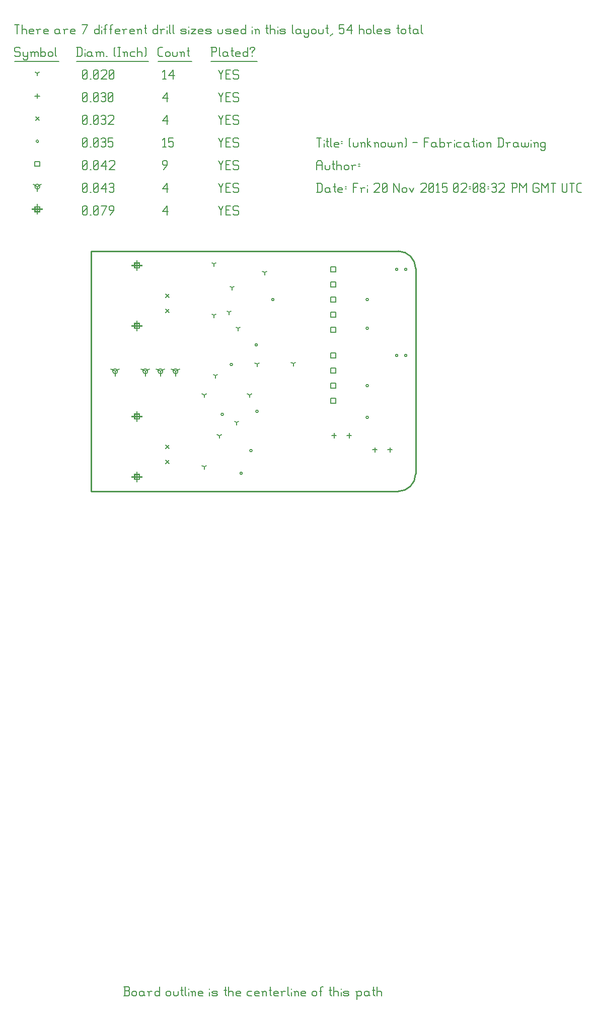
<source format=gbr>
G04 start of page 12 for group -3984 idx -3984 *
G04 Title: (unknown), fab *
G04 Creator: pcb 20140316 *
G04 CreationDate: Fri 20 Nov 2015 02:08:32 PM GMT UTC *
G04 For: fosse *
G04 Format: Gerber/RS-274X *
G04 PCB-Dimensions (mil): 3170.00 5000.00 *
G04 PCB-Coordinate-Origin: lower left *
%MOIN*%
%FSLAX25Y25*%
%LNFAB*%
%ADD90C,0.0100*%
%ADD89C,0.0075*%
%ADD88C,0.0060*%
%ADD87R,0.0080X0.0080*%
G54D87*X81000Y337200D02*Y330800D01*
X77800Y334000D02*X84200D01*
X79400Y335600D02*X82600D01*
X79400D02*Y332400D01*
X82600D01*
Y335600D02*Y332400D01*
X81000Y377200D02*Y370800D01*
X77800Y374000D02*X84200D01*
X79400Y375600D02*X82600D01*
X79400D02*Y372400D01*
X82600D01*
Y375600D02*Y372400D01*
X81000Y437200D02*Y430800D01*
X77800Y434000D02*X84200D01*
X79400Y435600D02*X82600D01*
X79400D02*Y432400D01*
X82600D01*
Y435600D02*Y432400D01*
X81000Y477200D02*Y470800D01*
X77800Y474000D02*X84200D01*
X79400Y475600D02*X82600D01*
X79400D02*Y472400D01*
X82600D01*
Y475600D02*Y472400D01*
X15000Y514450D02*Y508050D01*
X11800Y511250D02*X18200D01*
X13400Y512850D02*X16600D01*
X13400D02*Y509650D01*
X16600D01*
Y512850D02*Y509650D01*
G54D88*X135000Y513500D02*X136500Y510500D01*
X138000Y513500D01*
X136500Y510500D02*Y507500D01*
X139800Y510800D02*X142050D01*
X139800Y507500D02*X142800D01*
X139800Y513500D02*Y507500D01*
Y513500D02*X142800D01*
X147600D02*X148350Y512750D01*
X145350Y513500D02*X147600D01*
X144600Y512750D02*X145350Y513500D01*
X144600Y512750D02*Y511250D01*
X145350Y510500D01*
X147600D01*
X148350Y509750D01*
Y508250D01*
X147600Y507500D02*X148350Y508250D01*
X145350Y507500D02*X147600D01*
X144600Y508250D02*X145350Y507500D01*
X98000Y509750D02*X101000Y513500D01*
X98000Y509750D02*X101750D01*
X101000Y513500D02*Y507500D01*
X45000Y508250D02*X45750Y507500D01*
X45000Y512750D02*Y508250D01*
Y512750D02*X45750Y513500D01*
X47250D01*
X48000Y512750D01*
Y508250D01*
X47250Y507500D02*X48000Y508250D01*
X45750Y507500D02*X47250D01*
X45000Y509000D02*X48000Y512000D01*
X49800Y507500D02*X50550D01*
X52350Y508250D02*X53100Y507500D01*
X52350Y512750D02*Y508250D01*
Y512750D02*X53100Y513500D01*
X54600D01*
X55350Y512750D01*
Y508250D01*
X54600Y507500D02*X55350Y508250D01*
X53100Y507500D02*X54600D01*
X52350Y509000D02*X55350Y512000D01*
X57900Y507500D02*X60900Y513500D01*
X57150D02*X60900D01*
X63450Y507500D02*X65700Y510500D01*
Y512750D02*Y510500D01*
X64950Y513500D02*X65700Y512750D01*
X63450Y513500D02*X64950D01*
X62700Y512750D02*X63450Y513500D01*
X62700Y512750D02*Y511250D01*
X63450Y510500D01*
X65700D01*
X106500Y404000D02*Y400800D01*
Y404000D02*X109273Y405600D01*
X106500Y404000D02*X103727Y405600D01*
X104900Y404000D02*G75*G03X108100Y404000I1600J0D01*G01*
G75*G03X104900Y404000I-1600J0D01*G01*
X96500D02*Y400800D01*
Y404000D02*X99273Y405600D01*
X96500Y404000D02*X93727Y405600D01*
X94900Y404000D02*G75*G03X98100Y404000I1600J0D01*G01*
G75*G03X94900Y404000I-1600J0D01*G01*
X86500D02*Y400800D01*
Y404000D02*X89273Y405600D01*
X86500Y404000D02*X83727Y405600D01*
X84900Y404000D02*G75*G03X88100Y404000I1600J0D01*G01*
G75*G03X84900Y404000I-1600J0D01*G01*
X66500D02*Y400800D01*
Y404000D02*X69273Y405600D01*
X66500Y404000D02*X63727Y405600D01*
X64900Y404000D02*G75*G03X68100Y404000I1600J0D01*G01*
G75*G03X64900Y404000I-1600J0D01*G01*
X15000Y526250D02*Y523050D01*
Y526250D02*X17773Y527850D01*
X15000Y526250D02*X12227Y527850D01*
X13400Y526250D02*G75*G03X16600Y526250I1600J0D01*G01*
G75*G03X13400Y526250I-1600J0D01*G01*
X135000Y528500D02*X136500Y525500D01*
X138000Y528500D01*
X136500Y525500D02*Y522500D01*
X139800Y525800D02*X142050D01*
X139800Y522500D02*X142800D01*
X139800Y528500D02*Y522500D01*
Y528500D02*X142800D01*
X147600D02*X148350Y527750D01*
X145350Y528500D02*X147600D01*
X144600Y527750D02*X145350Y528500D01*
X144600Y527750D02*Y526250D01*
X145350Y525500D01*
X147600D01*
X148350Y524750D01*
Y523250D01*
X147600Y522500D02*X148350Y523250D01*
X145350Y522500D02*X147600D01*
X144600Y523250D02*X145350Y522500D01*
X98000Y524750D02*X101000Y528500D01*
X98000Y524750D02*X101750D01*
X101000Y528500D02*Y522500D01*
X45000Y523250D02*X45750Y522500D01*
X45000Y527750D02*Y523250D01*
Y527750D02*X45750Y528500D01*
X47250D01*
X48000Y527750D01*
Y523250D01*
X47250Y522500D02*X48000Y523250D01*
X45750Y522500D02*X47250D01*
X45000Y524000D02*X48000Y527000D01*
X49800Y522500D02*X50550D01*
X52350Y523250D02*X53100Y522500D01*
X52350Y527750D02*Y523250D01*
Y527750D02*X53100Y528500D01*
X54600D01*
X55350Y527750D01*
Y523250D01*
X54600Y522500D02*X55350Y523250D01*
X53100Y522500D02*X54600D01*
X52350Y524000D02*X55350Y527000D01*
X57150Y524750D02*X60150Y528500D01*
X57150Y524750D02*X60900D01*
X60150Y528500D02*Y522500D01*
X62700Y527750D02*X63450Y528500D01*
X64950D01*
X65700Y527750D01*
X64950Y522500D02*X65700Y523250D01*
X63450Y522500D02*X64950D01*
X62700Y523250D02*X63450Y522500D01*
Y525800D02*X64950D01*
X65700Y527750D02*Y526550D01*
Y525050D02*Y523250D01*
Y525050D02*X64950Y525800D01*
X65700Y526550D02*X64950Y525800D01*
X209400Y473100D02*X212600D01*
X209400D02*Y469900D01*
X212600D01*
Y473100D02*Y469900D01*
X209400Y463100D02*X212600D01*
X209400D02*Y459900D01*
X212600D01*
Y463100D02*Y459900D01*
X209400Y453100D02*X212600D01*
X209400D02*Y449900D01*
X212600D01*
Y453100D02*Y449900D01*
X209400Y443100D02*X212600D01*
X209400D02*Y439900D01*
X212600D01*
Y443100D02*Y439900D01*
X209400Y433100D02*X212600D01*
X209400D02*Y429900D01*
X212600D01*
Y433100D02*Y429900D01*
X209400Y416100D02*X212600D01*
X209400D02*Y412900D01*
X212600D01*
Y416100D02*Y412900D01*
X209400Y406100D02*X212600D01*
X209400D02*Y402900D01*
X212600D01*
Y406100D02*Y402900D01*
X209400Y396100D02*X212600D01*
X209400D02*Y392900D01*
X212600D01*
Y396100D02*Y392900D01*
X209400Y386100D02*X212600D01*
X209400D02*Y382900D01*
X212600D01*
Y386100D02*Y382900D01*
X13400Y542850D02*X16600D01*
X13400D02*Y539650D01*
X16600D01*
Y542850D02*Y539650D01*
X135000Y543500D02*X136500Y540500D01*
X138000Y543500D01*
X136500Y540500D02*Y537500D01*
X139800Y540800D02*X142050D01*
X139800Y537500D02*X142800D01*
X139800Y543500D02*Y537500D01*
Y543500D02*X142800D01*
X147600D02*X148350Y542750D01*
X145350Y543500D02*X147600D01*
X144600Y542750D02*X145350Y543500D01*
X144600Y542750D02*Y541250D01*
X145350Y540500D01*
X147600D01*
X148350Y539750D01*
Y538250D01*
X147600Y537500D02*X148350Y538250D01*
X145350Y537500D02*X147600D01*
X144600Y538250D02*X145350Y537500D01*
X98750D02*X101000Y540500D01*
Y542750D02*Y540500D01*
X100250Y543500D02*X101000Y542750D01*
X98750Y543500D02*X100250D01*
X98000Y542750D02*X98750Y543500D01*
X98000Y542750D02*Y541250D01*
X98750Y540500D01*
X101000D01*
X45000Y538250D02*X45750Y537500D01*
X45000Y542750D02*Y538250D01*
Y542750D02*X45750Y543500D01*
X47250D01*
X48000Y542750D01*
Y538250D01*
X47250Y537500D02*X48000Y538250D01*
X45750Y537500D02*X47250D01*
X45000Y539000D02*X48000Y542000D01*
X49800Y537500D02*X50550D01*
X52350Y538250D02*X53100Y537500D01*
X52350Y542750D02*Y538250D01*
Y542750D02*X53100Y543500D01*
X54600D01*
X55350Y542750D01*
Y538250D01*
X54600Y537500D02*X55350Y538250D01*
X53100Y537500D02*X54600D01*
X52350Y539000D02*X55350Y542000D01*
X57150Y539750D02*X60150Y543500D01*
X57150Y539750D02*X60900D01*
X60150Y543500D02*Y537500D01*
X62700Y542750D02*X63450Y543500D01*
X65700D01*
X66450Y542750D01*
Y541250D01*
X62700Y537500D02*X66450Y541250D01*
X62700Y537500D02*X66450D01*
X142700Y408500D02*G75*G03X144300Y408500I800J0D01*G01*
G75*G03X142700Y408500I-800J0D01*G01*
X149200Y336500D02*G75*G03X150800Y336500I800J0D01*G01*
G75*G03X149200Y336500I-800J0D01*G01*
X159700Y377500D02*G75*G03X161300Y377500I800J0D01*G01*
G75*G03X159700Y377500I-800J0D01*G01*
X155700Y351500D02*G75*G03X157300Y351500I800J0D01*G01*
G75*G03X155700Y351500I-800J0D01*G01*
X136700Y375500D02*G75*G03X138300Y375500I800J0D01*G01*
G75*G03X136700Y375500I-800J0D01*G01*
X258200Y414500D02*G75*G03X259800Y414500I800J0D01*G01*
G75*G03X258200Y414500I-800J0D01*G01*
X252200D02*G75*G03X253800Y414500I800J0D01*G01*
G75*G03X252200Y414500I-800J0D01*G01*
X258200Y471500D02*G75*G03X259800Y471500I800J0D01*G01*
G75*G03X258200Y471500I-800J0D01*G01*
X252200D02*G75*G03X253800Y471500I800J0D01*G01*
G75*G03X252200Y471500I-800J0D01*G01*
X232700Y432500D02*G75*G03X234300Y432500I800J0D01*G01*
G75*G03X232700Y432500I-800J0D01*G01*
Y451500D02*G75*G03X234300Y451500I800J0D01*G01*
G75*G03X232700Y451500I-800J0D01*G01*
Y373500D02*G75*G03X234300Y373500I800J0D01*G01*
G75*G03X232700Y373500I-800J0D01*G01*
Y394500D02*G75*G03X234300Y394500I800J0D01*G01*
G75*G03X232700Y394500I-800J0D01*G01*
X159200Y421500D02*G75*G03X160800Y421500I800J0D01*G01*
G75*G03X159200Y421500I-800J0D01*G01*
X170200Y451500D02*G75*G03X171800Y451500I800J0D01*G01*
G75*G03X170200Y451500I-800J0D01*G01*
X14200Y556250D02*G75*G03X15800Y556250I800J0D01*G01*
G75*G03X14200Y556250I-800J0D01*G01*
X135000Y558500D02*X136500Y555500D01*
X138000Y558500D01*
X136500Y555500D02*Y552500D01*
X139800Y555800D02*X142050D01*
X139800Y552500D02*X142800D01*
X139800Y558500D02*Y552500D01*
Y558500D02*X142800D01*
X147600D02*X148350Y557750D01*
X145350Y558500D02*X147600D01*
X144600Y557750D02*X145350Y558500D01*
X144600Y557750D02*Y556250D01*
X145350Y555500D01*
X147600D01*
X148350Y554750D01*
Y553250D01*
X147600Y552500D02*X148350Y553250D01*
X145350Y552500D02*X147600D01*
X144600Y553250D02*X145350Y552500D01*
X98000Y557300D02*X99200Y558500D01*
Y552500D01*
X98000D02*X100250D01*
X102050Y558500D02*X105050D01*
X102050D02*Y555500D01*
X102800Y556250D01*
X104300D01*
X105050Y555500D01*
Y553250D01*
X104300Y552500D02*X105050Y553250D01*
X102800Y552500D02*X104300D01*
X102050Y553250D02*X102800Y552500D01*
X45000Y553250D02*X45750Y552500D01*
X45000Y557750D02*Y553250D01*
Y557750D02*X45750Y558500D01*
X47250D01*
X48000Y557750D01*
Y553250D01*
X47250Y552500D02*X48000Y553250D01*
X45750Y552500D02*X47250D01*
X45000Y554000D02*X48000Y557000D01*
X49800Y552500D02*X50550D01*
X52350Y553250D02*X53100Y552500D01*
X52350Y557750D02*Y553250D01*
Y557750D02*X53100Y558500D01*
X54600D01*
X55350Y557750D01*
Y553250D01*
X54600Y552500D02*X55350Y553250D01*
X53100Y552500D02*X54600D01*
X52350Y554000D02*X55350Y557000D01*
X57150Y557750D02*X57900Y558500D01*
X59400D01*
X60150Y557750D01*
X59400Y552500D02*X60150Y553250D01*
X57900Y552500D02*X59400D01*
X57150Y553250D02*X57900Y552500D01*
Y555800D02*X59400D01*
X60150Y557750D02*Y556550D01*
Y555050D02*Y553250D01*
Y555050D02*X59400Y555800D01*
X60150Y556550D02*X59400Y555800D01*
X61950Y558500D02*X64950D01*
X61950D02*Y555500D01*
X62700Y556250D01*
X64200D01*
X64950Y555500D01*
Y553250D01*
X64200Y552500D02*X64950Y553250D01*
X62700Y552500D02*X64200D01*
X61950Y553250D02*X62700Y552500D01*
X99800Y345200D02*X102200Y342800D01*
X99800D02*X102200Y345200D01*
X99800Y355200D02*X102200Y352800D01*
X99800D02*X102200Y355200D01*
X99800Y445200D02*X102200Y442800D01*
X99800D02*X102200Y445200D01*
X99800Y455200D02*X102200Y452800D01*
X99800D02*X102200Y455200D01*
X13800Y572450D02*X16200Y570050D01*
X13800D02*X16200Y572450D01*
X135000Y573500D02*X136500Y570500D01*
X138000Y573500D01*
X136500Y570500D02*Y567500D01*
X139800Y570800D02*X142050D01*
X139800Y567500D02*X142800D01*
X139800Y573500D02*Y567500D01*
Y573500D02*X142800D01*
X147600D02*X148350Y572750D01*
X145350Y573500D02*X147600D01*
X144600Y572750D02*X145350Y573500D01*
X144600Y572750D02*Y571250D01*
X145350Y570500D01*
X147600D01*
X148350Y569750D01*
Y568250D01*
X147600Y567500D02*X148350Y568250D01*
X145350Y567500D02*X147600D01*
X144600Y568250D02*X145350Y567500D01*
X98000Y569750D02*X101000Y573500D01*
X98000Y569750D02*X101750D01*
X101000Y573500D02*Y567500D01*
X45000Y568250D02*X45750Y567500D01*
X45000Y572750D02*Y568250D01*
Y572750D02*X45750Y573500D01*
X47250D01*
X48000Y572750D01*
Y568250D01*
X47250Y567500D02*X48000Y568250D01*
X45750Y567500D02*X47250D01*
X45000Y569000D02*X48000Y572000D01*
X49800Y567500D02*X50550D01*
X52350Y568250D02*X53100Y567500D01*
X52350Y572750D02*Y568250D01*
Y572750D02*X53100Y573500D01*
X54600D01*
X55350Y572750D01*
Y568250D01*
X54600Y567500D02*X55350Y568250D01*
X53100Y567500D02*X54600D01*
X52350Y569000D02*X55350Y572000D01*
X57150Y572750D02*X57900Y573500D01*
X59400D01*
X60150Y572750D01*
X59400Y567500D02*X60150Y568250D01*
X57900Y567500D02*X59400D01*
X57150Y568250D02*X57900Y567500D01*
Y570800D02*X59400D01*
X60150Y572750D02*Y571550D01*
Y570050D02*Y568250D01*
Y570050D02*X59400Y570800D01*
X60150Y571550D02*X59400Y570800D01*
X61950Y572750D02*X62700Y573500D01*
X64950D01*
X65700Y572750D01*
Y571250D01*
X61950Y567500D02*X65700Y571250D01*
X61950Y567500D02*X65700D01*
X211500Y363100D02*Y359900D01*
X209900Y361500D02*X213100D01*
X221500Y363100D02*Y359900D01*
X219900Y361500D02*X223100D01*
X238500Y353600D02*Y350400D01*
X236900Y352000D02*X240100D01*
X248500Y353600D02*Y350400D01*
X246900Y352000D02*X250100D01*
X15000Y587850D02*Y584650D01*
X13400Y586250D02*X16600D01*
X135000Y588500D02*X136500Y585500D01*
X138000Y588500D01*
X136500Y585500D02*Y582500D01*
X139800Y585800D02*X142050D01*
X139800Y582500D02*X142800D01*
X139800Y588500D02*Y582500D01*
Y588500D02*X142800D01*
X147600D02*X148350Y587750D01*
X145350Y588500D02*X147600D01*
X144600Y587750D02*X145350Y588500D01*
X144600Y587750D02*Y586250D01*
X145350Y585500D01*
X147600D01*
X148350Y584750D01*
Y583250D01*
X147600Y582500D02*X148350Y583250D01*
X145350Y582500D02*X147600D01*
X144600Y583250D02*X145350Y582500D01*
X98000Y584750D02*X101000Y588500D01*
X98000Y584750D02*X101750D01*
X101000Y588500D02*Y582500D01*
X45000Y583250D02*X45750Y582500D01*
X45000Y587750D02*Y583250D01*
Y587750D02*X45750Y588500D01*
X47250D01*
X48000Y587750D01*
Y583250D01*
X47250Y582500D02*X48000Y583250D01*
X45750Y582500D02*X47250D01*
X45000Y584000D02*X48000Y587000D01*
X49800Y582500D02*X50550D01*
X52350Y583250D02*X53100Y582500D01*
X52350Y587750D02*Y583250D01*
Y587750D02*X53100Y588500D01*
X54600D01*
X55350Y587750D01*
Y583250D01*
X54600Y582500D02*X55350Y583250D01*
X53100Y582500D02*X54600D01*
X52350Y584000D02*X55350Y587000D01*
X57150Y587750D02*X57900Y588500D01*
X59400D01*
X60150Y587750D01*
X59400Y582500D02*X60150Y583250D01*
X57900Y582500D02*X59400D01*
X57150Y583250D02*X57900Y582500D01*
Y585800D02*X59400D01*
X60150Y587750D02*Y586550D01*
Y585050D02*Y583250D01*
Y585050D02*X59400Y585800D01*
X60150Y586550D02*X59400Y585800D01*
X61950Y583250D02*X62700Y582500D01*
X61950Y587750D02*Y583250D01*
Y587750D02*X62700Y588500D01*
X64200D01*
X64950Y587750D01*
Y583250D01*
X64200Y582500D02*X64950Y583250D01*
X62700Y582500D02*X64200D01*
X61950Y584000D02*X64950Y587000D01*
X160500Y408750D02*Y407150D01*
Y408750D02*X161887Y409550D01*
X160500Y408750D02*X159113Y409550D01*
X155500Y388250D02*Y386650D01*
Y388250D02*X156887Y389050D01*
X155500Y388250D02*X154113Y389050D01*
X131905Y475000D02*Y473400D01*
Y475000D02*X133292Y475800D01*
X131905Y475000D02*X130518Y475800D01*
X142000Y443000D02*Y441400D01*
Y443000D02*X143387Y443800D01*
X142000Y443000D02*X140613Y443800D01*
X125500Y340750D02*Y339150D01*
Y340750D02*X126887Y341550D01*
X125500Y340750D02*X124113Y341550D01*
X135500Y361250D02*Y359650D01*
Y361250D02*X136887Y362050D01*
X135500Y361250D02*X134113Y362050D01*
X132000Y441000D02*Y439400D01*
Y441000D02*X133387Y441800D01*
X132000Y441000D02*X130613Y441800D01*
X146957Y370000D02*Y368400D01*
Y370000D02*X148344Y370800D01*
X146957Y370000D02*X145570Y370800D01*
X133000Y401000D02*Y399400D01*
Y401000D02*X134387Y401800D01*
X133000Y401000D02*X131613Y401800D01*
X125500Y388250D02*Y386650D01*
Y388250D02*X126887Y389050D01*
X125500Y388250D02*X124113Y389050D01*
X184500Y409000D02*Y407400D01*
Y409000D02*X185887Y409800D01*
X184500Y409000D02*X183113Y409800D01*
X144000Y459500D02*Y457900D01*
Y459500D02*X145387Y460300D01*
X144000Y459500D02*X142613Y460300D01*
X165500Y469500D02*Y467900D01*
Y469500D02*X166887Y470300D01*
X165500Y469500D02*X164113Y470300D01*
X148000Y432500D02*Y430900D01*
Y432500D02*X149387Y433300D01*
X148000Y432500D02*X146613Y433300D01*
X15000Y601250D02*Y599650D01*
Y601250D02*X16387Y602050D01*
X15000Y601250D02*X13613Y602050D01*
X135000Y603500D02*X136500Y600500D01*
X138000Y603500D01*
X136500Y600500D02*Y597500D01*
X139800Y600800D02*X142050D01*
X139800Y597500D02*X142800D01*
X139800Y603500D02*Y597500D01*
Y603500D02*X142800D01*
X147600D02*X148350Y602750D01*
X145350Y603500D02*X147600D01*
X144600Y602750D02*X145350Y603500D01*
X144600Y602750D02*Y601250D01*
X145350Y600500D01*
X147600D01*
X148350Y599750D01*
Y598250D01*
X147600Y597500D02*X148350Y598250D01*
X145350Y597500D02*X147600D01*
X144600Y598250D02*X145350Y597500D01*
X98000Y602300D02*X99200Y603500D01*
Y597500D01*
X98000D02*X100250D01*
X102050Y599750D02*X105050Y603500D01*
X102050Y599750D02*X105800D01*
X105050Y603500D02*Y597500D01*
X45000Y598250D02*X45750Y597500D01*
X45000Y602750D02*Y598250D01*
Y602750D02*X45750Y603500D01*
X47250D01*
X48000Y602750D01*
Y598250D01*
X47250Y597500D02*X48000Y598250D01*
X45750Y597500D02*X47250D01*
X45000Y599000D02*X48000Y602000D01*
X49800Y597500D02*X50550D01*
X52350Y598250D02*X53100Y597500D01*
X52350Y602750D02*Y598250D01*
Y602750D02*X53100Y603500D01*
X54600D01*
X55350Y602750D01*
Y598250D01*
X54600Y597500D02*X55350Y598250D01*
X53100Y597500D02*X54600D01*
X52350Y599000D02*X55350Y602000D01*
X57150Y602750D02*X57900Y603500D01*
X60150D01*
X60900Y602750D01*
Y601250D01*
X57150Y597500D02*X60900Y601250D01*
X57150Y597500D02*X60900D01*
X62700Y598250D02*X63450Y597500D01*
X62700Y602750D02*Y598250D01*
Y602750D02*X63450Y603500D01*
X64950D01*
X65700Y602750D01*
Y598250D01*
X64950Y597500D02*X65700Y598250D01*
X63450Y597500D02*X64950D01*
X62700Y599000D02*X65700Y602000D01*
X3000Y618500D02*X3750Y617750D01*
X750Y618500D02*X3000D01*
X0Y617750D02*X750Y618500D01*
X0Y617750D02*Y616250D01*
X750Y615500D01*
X3000D01*
X3750Y614750D01*
Y613250D01*
X3000Y612500D02*X3750Y613250D01*
X750Y612500D02*X3000D01*
X0Y613250D02*X750Y612500D01*
X5550Y615500D02*Y613250D01*
X6300Y612500D01*
X8550Y615500D02*Y611000D01*
X7800Y610250D02*X8550Y611000D01*
X6300Y610250D02*X7800D01*
X5550Y611000D02*X6300Y610250D01*
Y612500D02*X7800D01*
X8550Y613250D01*
X11100Y614750D02*Y612500D01*
Y614750D02*X11850Y615500D01*
X12600D01*
X13350Y614750D01*
Y612500D01*
Y614750D02*X14100Y615500D01*
X14850D01*
X15600Y614750D01*
Y612500D01*
X10350Y615500D02*X11100Y614750D01*
X17400Y618500D02*Y612500D01*
Y613250D02*X18150Y612500D01*
X19650D01*
X20400Y613250D01*
Y614750D02*Y613250D01*
X19650Y615500D02*X20400Y614750D01*
X18150Y615500D02*X19650D01*
X17400Y614750D02*X18150Y615500D01*
X22200Y614750D02*Y613250D01*
Y614750D02*X22950Y615500D01*
X24450D01*
X25200Y614750D01*
Y613250D01*
X24450Y612500D02*X25200Y613250D01*
X22950Y612500D02*X24450D01*
X22200Y613250D02*X22950Y612500D01*
X27000Y618500D02*Y613250D01*
X27750Y612500D01*
X0Y609250D02*X29250D01*
X41750Y618500D02*Y612500D01*
X43700Y618500D02*X44750Y617450D01*
Y613550D01*
X43700Y612500D02*X44750Y613550D01*
X41000Y612500D02*X43700D01*
X41000Y618500D02*X43700D01*
G54D89*X46550Y617000D02*Y616850D01*
G54D88*Y614750D02*Y612500D01*
X50300Y615500D02*X51050Y614750D01*
X48800Y615500D02*X50300D01*
X48050Y614750D02*X48800Y615500D01*
X48050Y614750D02*Y613250D01*
X48800Y612500D01*
X51050Y615500D02*Y613250D01*
X51800Y612500D01*
X48800D02*X50300D01*
X51050Y613250D01*
X54350Y614750D02*Y612500D01*
Y614750D02*X55100Y615500D01*
X55850D01*
X56600Y614750D01*
Y612500D01*
Y614750D02*X57350Y615500D01*
X58100D01*
X58850Y614750D01*
Y612500D01*
X53600Y615500D02*X54350Y614750D01*
X60650Y612500D02*X61400D01*
X65900Y613250D02*X66650Y612500D01*
X65900Y617750D02*X66650Y618500D01*
X65900Y617750D02*Y613250D01*
X68450Y618500D02*X69950D01*
X69200D02*Y612500D01*
X68450D02*X69950D01*
X72500Y614750D02*Y612500D01*
Y614750D02*X73250Y615500D01*
X74000D01*
X74750Y614750D01*
Y612500D01*
X71750Y615500D02*X72500Y614750D01*
X77300Y615500D02*X79550D01*
X76550Y614750D02*X77300Y615500D01*
X76550Y614750D02*Y613250D01*
X77300Y612500D01*
X79550D01*
X81350Y618500D02*Y612500D01*
Y614750D02*X82100Y615500D01*
X83600D01*
X84350Y614750D01*
Y612500D01*
X86150Y618500D02*X86900Y617750D01*
Y613250D01*
X86150Y612500D02*X86900Y613250D01*
X41000Y609250D02*X88700D01*
X96050Y612500D02*X98000D01*
X95000Y613550D02*X96050Y612500D01*
X95000Y617450D02*Y613550D01*
Y617450D02*X96050Y618500D01*
X98000D01*
X99800Y614750D02*Y613250D01*
Y614750D02*X100550Y615500D01*
X102050D01*
X102800Y614750D01*
Y613250D01*
X102050Y612500D02*X102800Y613250D01*
X100550Y612500D02*X102050D01*
X99800Y613250D02*X100550Y612500D01*
X104600Y615500D02*Y613250D01*
X105350Y612500D01*
X106850D01*
X107600Y613250D01*
Y615500D02*Y613250D01*
X110150Y614750D02*Y612500D01*
Y614750D02*X110900Y615500D01*
X111650D01*
X112400Y614750D01*
Y612500D01*
X109400Y615500D02*X110150Y614750D01*
X114950Y618500D02*Y613250D01*
X115700Y612500D01*
X114200Y616250D02*X115700D01*
X95000Y609250D02*X117200D01*
X130750Y618500D02*Y612500D01*
X130000Y618500D02*X133000D01*
X133750Y617750D01*
Y616250D01*
X133000Y615500D02*X133750Y616250D01*
X130750Y615500D02*X133000D01*
X135550Y618500D02*Y613250D01*
X136300Y612500D01*
X140050Y615500D02*X140800Y614750D01*
X138550Y615500D02*X140050D01*
X137800Y614750D02*X138550Y615500D01*
X137800Y614750D02*Y613250D01*
X138550Y612500D01*
X140800Y615500D02*Y613250D01*
X141550Y612500D01*
X138550D02*X140050D01*
X140800Y613250D01*
X144100Y618500D02*Y613250D01*
X144850Y612500D01*
X143350Y616250D02*X144850D01*
X147100Y612500D02*X149350D01*
X146350Y613250D02*X147100Y612500D01*
X146350Y614750D02*Y613250D01*
Y614750D02*X147100Y615500D01*
X148600D01*
X149350Y614750D01*
X146350Y614000D02*X149350D01*
Y614750D02*Y614000D01*
X154150Y618500D02*Y612500D01*
X153400D02*X154150Y613250D01*
X151900Y612500D02*X153400D01*
X151150Y613250D02*X151900Y612500D01*
X151150Y614750D02*Y613250D01*
Y614750D02*X151900Y615500D01*
X153400D01*
X154150Y614750D01*
X157450Y615500D02*Y614750D01*
Y613250D02*Y612500D01*
X155950Y617750D02*Y617000D01*
Y617750D02*X156700Y618500D01*
X158200D01*
X158950Y617750D01*
Y617000D01*
X157450Y615500D02*X158950Y617000D01*
X130000Y609250D02*X160750D01*
X0Y633500D02*X3000D01*
X1500D02*Y627500D01*
X4800Y633500D02*Y627500D01*
Y629750D02*X5550Y630500D01*
X7050D01*
X7800Y629750D01*
Y627500D01*
X10350D02*X12600D01*
X9600Y628250D02*X10350Y627500D01*
X9600Y629750D02*Y628250D01*
Y629750D02*X10350Y630500D01*
X11850D01*
X12600Y629750D01*
X9600Y629000D02*X12600D01*
Y629750D02*Y629000D01*
X15150Y629750D02*Y627500D01*
Y629750D02*X15900Y630500D01*
X17400D01*
X14400D02*X15150Y629750D01*
X19950Y627500D02*X22200D01*
X19200Y628250D02*X19950Y627500D01*
X19200Y629750D02*Y628250D01*
Y629750D02*X19950Y630500D01*
X21450D01*
X22200Y629750D01*
X19200Y629000D02*X22200D01*
Y629750D02*Y629000D01*
X28950Y630500D02*X29700Y629750D01*
X27450Y630500D02*X28950D01*
X26700Y629750D02*X27450Y630500D01*
X26700Y629750D02*Y628250D01*
X27450Y627500D01*
X29700Y630500D02*Y628250D01*
X30450Y627500D01*
X27450D02*X28950D01*
X29700Y628250D01*
X33000Y629750D02*Y627500D01*
Y629750D02*X33750Y630500D01*
X35250D01*
X32250D02*X33000Y629750D01*
X37800Y627500D02*X40050D01*
X37050Y628250D02*X37800Y627500D01*
X37050Y629750D02*Y628250D01*
Y629750D02*X37800Y630500D01*
X39300D01*
X40050Y629750D01*
X37050Y629000D02*X40050D01*
Y629750D02*Y629000D01*
X45300Y627500D02*X48300Y633500D01*
X44550D02*X48300D01*
X55800D02*Y627500D01*
X55050D02*X55800Y628250D01*
X53550Y627500D02*X55050D01*
X52800Y628250D02*X53550Y627500D01*
X52800Y629750D02*Y628250D01*
Y629750D02*X53550Y630500D01*
X55050D01*
X55800Y629750D01*
G54D89*X57600Y632000D02*Y631850D01*
G54D88*Y629750D02*Y627500D01*
X59850Y632750D02*Y627500D01*
Y632750D02*X60600Y633500D01*
X61350D01*
X59100Y630500D02*X60600D01*
X63600Y632750D02*Y627500D01*
Y632750D02*X64350Y633500D01*
X65100D01*
X62850Y630500D02*X64350D01*
X67350Y627500D02*X69600D01*
X66600Y628250D02*X67350Y627500D01*
X66600Y629750D02*Y628250D01*
Y629750D02*X67350Y630500D01*
X68850D01*
X69600Y629750D01*
X66600Y629000D02*X69600D01*
Y629750D02*Y629000D01*
X72150Y629750D02*Y627500D01*
Y629750D02*X72900Y630500D01*
X74400D01*
X71400D02*X72150Y629750D01*
X76950Y627500D02*X79200D01*
X76200Y628250D02*X76950Y627500D01*
X76200Y629750D02*Y628250D01*
Y629750D02*X76950Y630500D01*
X78450D01*
X79200Y629750D01*
X76200Y629000D02*X79200D01*
Y629750D02*Y629000D01*
X81750Y629750D02*Y627500D01*
Y629750D02*X82500Y630500D01*
X83250D01*
X84000Y629750D01*
Y627500D01*
X81000Y630500D02*X81750Y629750D01*
X86550Y633500D02*Y628250D01*
X87300Y627500D01*
X85800Y631250D02*X87300D01*
X94500Y633500D02*Y627500D01*
X93750D02*X94500Y628250D01*
X92250Y627500D02*X93750D01*
X91500Y628250D02*X92250Y627500D01*
X91500Y629750D02*Y628250D01*
Y629750D02*X92250Y630500D01*
X93750D01*
X94500Y629750D01*
X97050D02*Y627500D01*
Y629750D02*X97800Y630500D01*
X99300D01*
X96300D02*X97050Y629750D01*
G54D89*X101100Y632000D02*Y631850D01*
G54D88*Y629750D02*Y627500D01*
X102600Y633500D02*Y628250D01*
X103350Y627500D01*
X104850Y633500D02*Y628250D01*
X105600Y627500D01*
X110550D02*X112800D01*
X113550Y628250D01*
X112800Y629000D02*X113550Y628250D01*
X110550Y629000D02*X112800D01*
X109800Y629750D02*X110550Y629000D01*
X109800Y629750D02*X110550Y630500D01*
X112800D01*
X113550Y629750D01*
X109800Y628250D02*X110550Y627500D01*
G54D89*X115350Y632000D02*Y631850D01*
G54D88*Y629750D02*Y627500D01*
X116850Y630500D02*X119850D01*
X116850Y627500D02*X119850Y630500D01*
X116850Y627500D02*X119850D01*
X122400D02*X124650D01*
X121650Y628250D02*X122400Y627500D01*
X121650Y629750D02*Y628250D01*
Y629750D02*X122400Y630500D01*
X123900D01*
X124650Y629750D01*
X121650Y629000D02*X124650D01*
Y629750D02*Y629000D01*
X127200Y627500D02*X129450D01*
X130200Y628250D01*
X129450Y629000D02*X130200Y628250D01*
X127200Y629000D02*X129450D01*
X126450Y629750D02*X127200Y629000D01*
X126450Y629750D02*X127200Y630500D01*
X129450D01*
X130200Y629750D01*
X126450Y628250D02*X127200Y627500D01*
X134700Y630500D02*Y628250D01*
X135450Y627500D01*
X136950D01*
X137700Y628250D01*
Y630500D02*Y628250D01*
X140250Y627500D02*X142500D01*
X143250Y628250D01*
X142500Y629000D02*X143250Y628250D01*
X140250Y629000D02*X142500D01*
X139500Y629750D02*X140250Y629000D01*
X139500Y629750D02*X140250Y630500D01*
X142500D01*
X143250Y629750D01*
X139500Y628250D02*X140250Y627500D01*
X145800D02*X148050D01*
X145050Y628250D02*X145800Y627500D01*
X145050Y629750D02*Y628250D01*
Y629750D02*X145800Y630500D01*
X147300D01*
X148050Y629750D01*
X145050Y629000D02*X148050D01*
Y629750D02*Y629000D01*
X152850Y633500D02*Y627500D01*
X152100D02*X152850Y628250D01*
X150600Y627500D02*X152100D01*
X149850Y628250D02*X150600Y627500D01*
X149850Y629750D02*Y628250D01*
Y629750D02*X150600Y630500D01*
X152100D01*
X152850Y629750D01*
G54D89*X157350Y632000D02*Y631850D01*
G54D88*Y629750D02*Y627500D01*
X159600Y629750D02*Y627500D01*
Y629750D02*X160350Y630500D01*
X161100D01*
X161850Y629750D01*
Y627500D01*
X158850Y630500D02*X159600Y629750D01*
X167100Y633500D02*Y628250D01*
X167850Y627500D01*
X166350Y631250D02*X167850D01*
X169350Y633500D02*Y627500D01*
Y629750D02*X170100Y630500D01*
X171600D01*
X172350Y629750D01*
Y627500D01*
G54D89*X174150Y632000D02*Y631850D01*
G54D88*Y629750D02*Y627500D01*
X176400D02*X178650D01*
X179400Y628250D01*
X178650Y629000D02*X179400Y628250D01*
X176400Y629000D02*X178650D01*
X175650Y629750D02*X176400Y629000D01*
X175650Y629750D02*X176400Y630500D01*
X178650D01*
X179400Y629750D01*
X175650Y628250D02*X176400Y627500D01*
X183900Y633500D02*Y628250D01*
X184650Y627500D01*
X188400Y630500D02*X189150Y629750D01*
X186900Y630500D02*X188400D01*
X186150Y629750D02*X186900Y630500D01*
X186150Y629750D02*Y628250D01*
X186900Y627500D01*
X189150Y630500D02*Y628250D01*
X189900Y627500D01*
X186900D02*X188400D01*
X189150Y628250D01*
X191700Y630500D02*Y628250D01*
X192450Y627500D01*
X194700Y630500D02*Y626000D01*
X193950Y625250D02*X194700Y626000D01*
X192450Y625250D02*X193950D01*
X191700Y626000D02*X192450Y625250D01*
Y627500D02*X193950D01*
X194700Y628250D01*
X196500Y629750D02*Y628250D01*
Y629750D02*X197250Y630500D01*
X198750D01*
X199500Y629750D01*
Y628250D01*
X198750Y627500D02*X199500Y628250D01*
X197250Y627500D02*X198750D01*
X196500Y628250D02*X197250Y627500D01*
X201300Y630500D02*Y628250D01*
X202050Y627500D01*
X203550D01*
X204300Y628250D01*
Y630500D02*Y628250D01*
X206850Y633500D02*Y628250D01*
X207600Y627500D01*
X206100Y631250D02*X207600D01*
X209100Y626000D02*X210600Y627500D01*
X215100Y633500D02*X218100D01*
X215100D02*Y630500D01*
X215850Y631250D01*
X217350D01*
X218100Y630500D01*
Y628250D01*
X217350Y627500D02*X218100Y628250D01*
X215850Y627500D02*X217350D01*
X215100Y628250D02*X215850Y627500D01*
X219900Y629750D02*X222900Y633500D01*
X219900Y629750D02*X223650D01*
X222900Y633500D02*Y627500D01*
X228150Y633500D02*Y627500D01*
Y629750D02*X228900Y630500D01*
X230400D01*
X231150Y629750D01*
Y627500D01*
X232950Y629750D02*Y628250D01*
Y629750D02*X233700Y630500D01*
X235200D01*
X235950Y629750D01*
Y628250D01*
X235200Y627500D02*X235950Y628250D01*
X233700Y627500D02*X235200D01*
X232950Y628250D02*X233700Y627500D01*
X237750Y633500D02*Y628250D01*
X238500Y627500D01*
X240750D02*X243000D01*
X240000Y628250D02*X240750Y627500D01*
X240000Y629750D02*Y628250D01*
Y629750D02*X240750Y630500D01*
X242250D01*
X243000Y629750D01*
X240000Y629000D02*X243000D01*
Y629750D02*Y629000D01*
X245550Y627500D02*X247800D01*
X248550Y628250D01*
X247800Y629000D02*X248550Y628250D01*
X245550Y629000D02*X247800D01*
X244800Y629750D02*X245550Y629000D01*
X244800Y629750D02*X245550Y630500D01*
X247800D01*
X248550Y629750D01*
X244800Y628250D02*X245550Y627500D01*
X253800Y633500D02*Y628250D01*
X254550Y627500D01*
X253050Y631250D02*X254550D01*
X256050Y629750D02*Y628250D01*
Y629750D02*X256800Y630500D01*
X258300D01*
X259050Y629750D01*
Y628250D01*
X258300Y627500D02*X259050Y628250D01*
X256800Y627500D02*X258300D01*
X256050Y628250D02*X256800Y627500D01*
X261600Y633500D02*Y628250D01*
X262350Y627500D01*
X260850Y631250D02*X262350D01*
X266100Y630500D02*X266850Y629750D01*
X264600Y630500D02*X266100D01*
X263850Y629750D02*X264600Y630500D01*
X263850Y629750D02*Y628250D01*
X264600Y627500D01*
X266850Y630500D02*Y628250D01*
X267600Y627500D01*
X264600D02*X266100D01*
X266850Y628250D01*
X269400Y633500D02*Y628250D01*
X270150Y627500D01*
G54D90*X50500Y483500D02*X254000D01*
X50500Y324500D02*Y483500D01*
X254000Y324500D02*X50500D01*
X265500Y472000D02*Y336000D01*
X254000Y483500D02*G75*G02X265500Y472000I0J-11500D01*G01*
Y336000D02*G75*G02X254000Y324500I-11500J0D01*G01*
G54D88*X72175Y-9500D02*X75175D01*
X75925Y-8750D01*
Y-6950D02*Y-8750D01*
X75175Y-6200D02*X75925Y-6950D01*
X72925Y-6200D02*X75175D01*
X72925Y-3500D02*Y-9500D01*
X72175Y-3500D02*X75175D01*
X75925Y-4250D01*
Y-5450D01*
X75175Y-6200D02*X75925Y-5450D01*
X77725Y-7250D02*Y-8750D01*
Y-7250D02*X78475Y-6500D01*
X79975D01*
X80725Y-7250D01*
Y-8750D01*
X79975Y-9500D02*X80725Y-8750D01*
X78475Y-9500D02*X79975D01*
X77725Y-8750D02*X78475Y-9500D01*
X84775Y-6500D02*X85525Y-7250D01*
X83275Y-6500D02*X84775D01*
X82525Y-7250D02*X83275Y-6500D01*
X82525Y-7250D02*Y-8750D01*
X83275Y-9500D01*
X85525Y-6500D02*Y-8750D01*
X86275Y-9500D01*
X83275D02*X84775D01*
X85525Y-8750D01*
X88825Y-7250D02*Y-9500D01*
Y-7250D02*X89575Y-6500D01*
X91075D01*
X88075D02*X88825Y-7250D01*
X95875Y-3500D02*Y-9500D01*
X95125D02*X95875Y-8750D01*
X93625Y-9500D02*X95125D01*
X92875Y-8750D02*X93625Y-9500D01*
X92875Y-7250D02*Y-8750D01*
Y-7250D02*X93625Y-6500D01*
X95125D01*
X95875Y-7250D01*
X100375D02*Y-8750D01*
Y-7250D02*X101125Y-6500D01*
X102625D01*
X103375Y-7250D01*
Y-8750D01*
X102625Y-9500D02*X103375Y-8750D01*
X101125Y-9500D02*X102625D01*
X100375Y-8750D02*X101125Y-9500D01*
X105175Y-6500D02*Y-8750D01*
X105925Y-9500D01*
X107425D01*
X108175Y-8750D01*
Y-6500D02*Y-8750D01*
X110725Y-3500D02*Y-8750D01*
X111475Y-9500D01*
X109975Y-5750D02*X111475D01*
X112975Y-3500D02*Y-8750D01*
X113725Y-9500D01*
G54D89*X115225Y-5000D02*Y-5150D01*
G54D88*Y-7250D02*Y-9500D01*
X117475Y-7250D02*Y-9500D01*
Y-7250D02*X118225Y-6500D01*
X118975D01*
X119725Y-7250D01*
Y-9500D01*
X116725Y-6500D02*X117475Y-7250D01*
X122275Y-9500D02*X124525D01*
X121525Y-8750D02*X122275Y-9500D01*
X121525Y-7250D02*Y-8750D01*
Y-7250D02*X122275Y-6500D01*
X123775D01*
X124525Y-7250D01*
X121525Y-8000D02*X124525D01*
Y-7250D02*Y-8000D01*
G54D89*X129025Y-5000D02*Y-5150D01*
G54D88*Y-7250D02*Y-9500D01*
X131275D02*X133525D01*
X134275Y-8750D01*
X133525Y-8000D02*X134275Y-8750D01*
X131275Y-8000D02*X133525D01*
X130525Y-7250D02*X131275Y-8000D01*
X130525Y-7250D02*X131275Y-6500D01*
X133525D01*
X134275Y-7250D01*
X130525Y-8750D02*X131275Y-9500D01*
X139525Y-3500D02*Y-8750D01*
X140275Y-9500D01*
X138775Y-5750D02*X140275D01*
X141775Y-3500D02*Y-9500D01*
Y-7250D02*X142525Y-6500D01*
X144025D01*
X144775Y-7250D01*
Y-9500D01*
X147325D02*X149575D01*
X146575Y-8750D02*X147325Y-9500D01*
X146575Y-7250D02*Y-8750D01*
Y-7250D02*X147325Y-6500D01*
X148825D01*
X149575Y-7250D01*
X146575Y-8000D02*X149575D01*
Y-7250D02*Y-8000D01*
X154825Y-6500D02*X157075D01*
X154075Y-7250D02*X154825Y-6500D01*
X154075Y-7250D02*Y-8750D01*
X154825Y-9500D01*
X157075D01*
X159625D02*X161875D01*
X158875Y-8750D02*X159625Y-9500D01*
X158875Y-7250D02*Y-8750D01*
Y-7250D02*X159625Y-6500D01*
X161125D01*
X161875Y-7250D01*
X158875Y-8000D02*X161875D01*
Y-7250D02*Y-8000D01*
X164425Y-7250D02*Y-9500D01*
Y-7250D02*X165175Y-6500D01*
X165925D01*
X166675Y-7250D01*
Y-9500D01*
X163675Y-6500D02*X164425Y-7250D01*
X169225Y-3500D02*Y-8750D01*
X169975Y-9500D01*
X168475Y-5750D02*X169975D01*
X172225Y-9500D02*X174475D01*
X171475Y-8750D02*X172225Y-9500D01*
X171475Y-7250D02*Y-8750D01*
Y-7250D02*X172225Y-6500D01*
X173725D01*
X174475Y-7250D01*
X171475Y-8000D02*X174475D01*
Y-7250D02*Y-8000D01*
X177025Y-7250D02*Y-9500D01*
Y-7250D02*X177775Y-6500D01*
X179275D01*
X176275D02*X177025Y-7250D01*
X181075Y-3500D02*Y-8750D01*
X181825Y-9500D01*
G54D89*X183325Y-5000D02*Y-5150D01*
G54D88*Y-7250D02*Y-9500D01*
X185575Y-7250D02*Y-9500D01*
Y-7250D02*X186325Y-6500D01*
X187075D01*
X187825Y-7250D01*
Y-9500D01*
X184825Y-6500D02*X185575Y-7250D01*
X190375Y-9500D02*X192625D01*
X189625Y-8750D02*X190375Y-9500D01*
X189625Y-7250D02*Y-8750D01*
Y-7250D02*X190375Y-6500D01*
X191875D01*
X192625Y-7250D01*
X189625Y-8000D02*X192625D01*
Y-7250D02*Y-8000D01*
X197125Y-7250D02*Y-8750D01*
Y-7250D02*X197875Y-6500D01*
X199375D01*
X200125Y-7250D01*
Y-8750D01*
X199375Y-9500D02*X200125Y-8750D01*
X197875Y-9500D02*X199375D01*
X197125Y-8750D02*X197875Y-9500D01*
X202675Y-4250D02*Y-9500D01*
Y-4250D02*X203425Y-3500D01*
X204175D01*
X201925Y-6500D02*X203425D01*
X209125Y-3500D02*Y-8750D01*
X209875Y-9500D01*
X208375Y-5750D02*X209875D01*
X211375Y-3500D02*Y-9500D01*
Y-7250D02*X212125Y-6500D01*
X213625D01*
X214375Y-7250D01*
Y-9500D01*
G54D89*X216175Y-5000D02*Y-5150D01*
G54D88*Y-7250D02*Y-9500D01*
X218425D02*X220675D01*
X221425Y-8750D01*
X220675Y-8000D02*X221425Y-8750D01*
X218425Y-8000D02*X220675D01*
X217675Y-7250D02*X218425Y-8000D01*
X217675Y-7250D02*X218425Y-6500D01*
X220675D01*
X221425Y-7250D01*
X217675Y-8750D02*X218425Y-9500D01*
X226675Y-7250D02*Y-11750D01*
X225925Y-6500D02*X226675Y-7250D01*
X227425Y-6500D01*
X228925D01*
X229675Y-7250D01*
Y-8750D01*
X228925Y-9500D02*X229675Y-8750D01*
X227425Y-9500D02*X228925D01*
X226675Y-8750D02*X227425Y-9500D01*
X233725Y-6500D02*X234475Y-7250D01*
X232225Y-6500D02*X233725D01*
X231475Y-7250D02*X232225Y-6500D01*
X231475Y-7250D02*Y-8750D01*
X232225Y-9500D01*
X234475Y-6500D02*Y-8750D01*
X235225Y-9500D01*
X232225D02*X233725D01*
X234475Y-8750D01*
X237775Y-3500D02*Y-8750D01*
X238525Y-9500D01*
X237025Y-5750D02*X238525D01*
X240025Y-3500D02*Y-9500D01*
Y-7250D02*X240775Y-6500D01*
X242275D01*
X243025Y-7250D01*
Y-9500D01*
X200750Y528500D02*Y522500D01*
X202700Y528500D02*X203750Y527450D01*
Y523550D01*
X202700Y522500D02*X203750Y523550D01*
X200000Y522500D02*X202700D01*
X200000Y528500D02*X202700D01*
X207800Y525500D02*X208550Y524750D01*
X206300Y525500D02*X207800D01*
X205550Y524750D02*X206300Y525500D01*
X205550Y524750D02*Y523250D01*
X206300Y522500D01*
X208550Y525500D02*Y523250D01*
X209300Y522500D01*
X206300D02*X207800D01*
X208550Y523250D01*
X211850Y528500D02*Y523250D01*
X212600Y522500D01*
X211100Y526250D02*X212600D01*
X214850Y522500D02*X217100D01*
X214100Y523250D02*X214850Y522500D01*
X214100Y524750D02*Y523250D01*
Y524750D02*X214850Y525500D01*
X216350D01*
X217100Y524750D01*
X214100Y524000D02*X217100D01*
Y524750D02*Y524000D01*
X218900Y526250D02*X219650D01*
X218900Y524750D02*X219650D01*
X224150Y528500D02*Y522500D01*
Y528500D02*X227150D01*
X224150Y525800D02*X226400D01*
X229700Y524750D02*Y522500D01*
Y524750D02*X230450Y525500D01*
X231950D01*
X228950D02*X229700Y524750D01*
G54D89*X233750Y527000D02*Y526850D01*
G54D88*Y524750D02*Y522500D01*
X237950Y527750D02*X238700Y528500D01*
X240950D01*
X241700Y527750D01*
Y526250D01*
X237950Y522500D02*X241700Y526250D01*
X237950Y522500D02*X241700D01*
X243500Y523250D02*X244250Y522500D01*
X243500Y527750D02*Y523250D01*
Y527750D02*X244250Y528500D01*
X245750D01*
X246500Y527750D01*
Y523250D01*
X245750Y522500D02*X246500Y523250D01*
X244250Y522500D02*X245750D01*
X243500Y524000D02*X246500Y527000D01*
X251000Y528500D02*Y522500D01*
Y528500D02*X254750Y522500D01*
Y528500D02*Y522500D01*
X256550Y524750D02*Y523250D01*
Y524750D02*X257300Y525500D01*
X258800D01*
X259550Y524750D01*
Y523250D01*
X258800Y522500D02*X259550Y523250D01*
X257300Y522500D02*X258800D01*
X256550Y523250D02*X257300Y522500D01*
X261350Y525500D02*X262850Y522500D01*
X264350Y525500D02*X262850Y522500D01*
X268850Y527750D02*X269600Y528500D01*
X271850D01*
X272600Y527750D01*
Y526250D01*
X268850Y522500D02*X272600Y526250D01*
X268850Y522500D02*X272600D01*
X274400Y523250D02*X275150Y522500D01*
X274400Y527750D02*Y523250D01*
Y527750D02*X275150Y528500D01*
X276650D01*
X277400Y527750D01*
Y523250D01*
X276650Y522500D02*X277400Y523250D01*
X275150Y522500D02*X276650D01*
X274400Y524000D02*X277400Y527000D01*
X279200Y527300D02*X280400Y528500D01*
Y522500D01*
X279200D02*X281450D01*
X283250Y528500D02*X286250D01*
X283250D02*Y525500D01*
X284000Y526250D01*
X285500D01*
X286250Y525500D01*
Y523250D01*
X285500Y522500D02*X286250Y523250D01*
X284000Y522500D02*X285500D01*
X283250Y523250D02*X284000Y522500D01*
X290750Y523250D02*X291500Y522500D01*
X290750Y527750D02*Y523250D01*
Y527750D02*X291500Y528500D01*
X293000D01*
X293750Y527750D01*
Y523250D01*
X293000Y522500D02*X293750Y523250D01*
X291500Y522500D02*X293000D01*
X290750Y524000D02*X293750Y527000D01*
X295550Y527750D02*X296300Y528500D01*
X298550D01*
X299300Y527750D01*
Y526250D01*
X295550Y522500D02*X299300Y526250D01*
X295550Y522500D02*X299300D01*
X301100Y526250D02*X301850D01*
X301100Y524750D02*X301850D01*
X303650Y523250D02*X304400Y522500D01*
X303650Y527750D02*Y523250D01*
Y527750D02*X304400Y528500D01*
X305900D01*
X306650Y527750D01*
Y523250D01*
X305900Y522500D02*X306650Y523250D01*
X304400Y522500D02*X305900D01*
X303650Y524000D02*X306650Y527000D01*
X308450Y523250D02*X309200Y522500D01*
X308450Y524450D02*Y523250D01*
Y524450D02*X309500Y525500D01*
X310400D01*
X311450Y524450D01*
Y523250D01*
X310700Y522500D02*X311450Y523250D01*
X309200Y522500D02*X310700D01*
X308450Y526550D02*X309500Y525500D01*
X308450Y527750D02*Y526550D01*
Y527750D02*X309200Y528500D01*
X310700D01*
X311450Y527750D01*
Y526550D01*
X310400Y525500D02*X311450Y526550D01*
X313250Y526250D02*X314000D01*
X313250Y524750D02*X314000D01*
X315800Y527750D02*X316550Y528500D01*
X318050D01*
X318800Y527750D01*
X318050Y522500D02*X318800Y523250D01*
X316550Y522500D02*X318050D01*
X315800Y523250D02*X316550Y522500D01*
Y525800D02*X318050D01*
X318800Y527750D02*Y526550D01*
Y525050D02*Y523250D01*
Y525050D02*X318050Y525800D01*
X318800Y526550D02*X318050Y525800D01*
X320600Y527750D02*X321350Y528500D01*
X323600D01*
X324350Y527750D01*
Y526250D01*
X320600Y522500D02*X324350Y526250D01*
X320600Y522500D02*X324350D01*
X329600Y528500D02*Y522500D01*
X328850Y528500D02*X331850D01*
X332600Y527750D01*
Y526250D01*
X331850Y525500D02*X332600Y526250D01*
X329600Y525500D02*X331850D01*
X334400Y528500D02*Y522500D01*
Y528500D02*X336650Y525500D01*
X338900Y528500D01*
Y522500D01*
X346400Y528500D02*X347150Y527750D01*
X344150Y528500D02*X346400D01*
X343400Y527750D02*X344150Y528500D01*
X343400Y527750D02*Y523250D01*
X344150Y522500D01*
X346400D01*
X347150Y523250D01*
Y524750D02*Y523250D01*
X346400Y525500D02*X347150Y524750D01*
X344900Y525500D02*X346400D01*
X348950Y528500D02*Y522500D01*
Y528500D02*X351200Y525500D01*
X353450Y528500D01*
Y522500D01*
X355250Y528500D02*X358250D01*
X356750D02*Y522500D01*
X362750Y528500D02*Y523250D01*
X363500Y522500D01*
X365000D01*
X365750Y523250D01*
Y528500D02*Y523250D01*
X367550Y528500D02*X370550D01*
X369050D02*Y522500D01*
X373400D02*X375350D01*
X372350Y523550D02*X373400Y522500D01*
X372350Y527450D02*Y523550D01*
Y527450D02*X373400Y528500D01*
X375350D01*
X200000Y542000D02*Y537500D01*
Y542000D02*X201050Y543500D01*
X202700D01*
X203750Y542000D01*
Y537500D01*
X200000Y540500D02*X203750D01*
X205550D02*Y538250D01*
X206300Y537500D01*
X207800D01*
X208550Y538250D01*
Y540500D02*Y538250D01*
X211100Y543500D02*Y538250D01*
X211850Y537500D01*
X210350Y541250D02*X211850D01*
X213350Y543500D02*Y537500D01*
Y539750D02*X214100Y540500D01*
X215600D01*
X216350Y539750D01*
Y537500D01*
X218150Y539750D02*Y538250D01*
Y539750D02*X218900Y540500D01*
X220400D01*
X221150Y539750D01*
Y538250D01*
X220400Y537500D02*X221150Y538250D01*
X218900Y537500D02*X220400D01*
X218150Y538250D02*X218900Y537500D01*
X223700Y539750D02*Y537500D01*
Y539750D02*X224450Y540500D01*
X225950D01*
X222950D02*X223700Y539750D01*
X227750Y541250D02*X228500D01*
X227750Y539750D02*X228500D01*
X200000Y558500D02*X203000D01*
X201500D02*Y552500D01*
G54D89*X204800Y557000D02*Y556850D01*
G54D88*Y554750D02*Y552500D01*
X207050Y558500D02*Y553250D01*
X207800Y552500D01*
X206300Y556250D02*X207800D01*
X209300Y558500D02*Y553250D01*
X210050Y552500D01*
X212300D02*X214550D01*
X211550Y553250D02*X212300Y552500D01*
X211550Y554750D02*Y553250D01*
Y554750D02*X212300Y555500D01*
X213800D01*
X214550Y554750D01*
X211550Y554000D02*X214550D01*
Y554750D02*Y554000D01*
X216350Y556250D02*X217100D01*
X216350Y554750D02*X217100D01*
X221600Y553250D02*X222350Y552500D01*
X221600Y557750D02*X222350Y558500D01*
X221600Y557750D02*Y553250D01*
X224150Y555500D02*Y553250D01*
X224900Y552500D01*
X226400D01*
X227150Y553250D01*
Y555500D02*Y553250D01*
X229700Y554750D02*Y552500D01*
Y554750D02*X230450Y555500D01*
X231200D01*
X231950Y554750D01*
Y552500D01*
X228950Y555500D02*X229700Y554750D01*
X233750Y558500D02*Y552500D01*
Y554750D02*X236000Y552500D01*
X233750Y554750D02*X235250Y556250D01*
X238550Y554750D02*Y552500D01*
Y554750D02*X239300Y555500D01*
X240050D01*
X240800Y554750D01*
Y552500D01*
X237800Y555500D02*X238550Y554750D01*
X242600D02*Y553250D01*
Y554750D02*X243350Y555500D01*
X244850D01*
X245600Y554750D01*
Y553250D01*
X244850Y552500D02*X245600Y553250D01*
X243350Y552500D02*X244850D01*
X242600Y553250D02*X243350Y552500D01*
X247400Y555500D02*Y553250D01*
X248150Y552500D01*
X248900D01*
X249650Y553250D01*
Y555500D02*Y553250D01*
X250400Y552500D01*
X251150D01*
X251900Y553250D01*
Y555500D02*Y553250D01*
X254450Y554750D02*Y552500D01*
Y554750D02*X255200Y555500D01*
X255950D01*
X256700Y554750D01*
Y552500D01*
X253700Y555500D02*X254450Y554750D01*
X258500Y558500D02*X259250Y557750D01*
Y553250D01*
X258500Y552500D02*X259250Y553250D01*
X263750Y555500D02*X266750D01*
X271250Y558500D02*Y552500D01*
Y558500D02*X274250D01*
X271250Y555800D02*X273500D01*
X278300Y555500D02*X279050Y554750D01*
X276800Y555500D02*X278300D01*
X276050Y554750D02*X276800Y555500D01*
X276050Y554750D02*Y553250D01*
X276800Y552500D01*
X279050Y555500D02*Y553250D01*
X279800Y552500D01*
X276800D02*X278300D01*
X279050Y553250D01*
X281600Y558500D02*Y552500D01*
Y553250D02*X282350Y552500D01*
X283850D01*
X284600Y553250D01*
Y554750D02*Y553250D01*
X283850Y555500D02*X284600Y554750D01*
X282350Y555500D02*X283850D01*
X281600Y554750D02*X282350Y555500D01*
X287150Y554750D02*Y552500D01*
Y554750D02*X287900Y555500D01*
X289400D01*
X286400D02*X287150Y554750D01*
G54D89*X291200Y557000D02*Y556850D01*
G54D88*Y554750D02*Y552500D01*
X293450Y555500D02*X295700D01*
X292700Y554750D02*X293450Y555500D01*
X292700Y554750D02*Y553250D01*
X293450Y552500D01*
X295700D01*
X299750Y555500D02*X300500Y554750D01*
X298250Y555500D02*X299750D01*
X297500Y554750D02*X298250Y555500D01*
X297500Y554750D02*Y553250D01*
X298250Y552500D01*
X300500Y555500D02*Y553250D01*
X301250Y552500D01*
X298250D02*X299750D01*
X300500Y553250D01*
X303800Y558500D02*Y553250D01*
X304550Y552500D01*
X303050Y556250D02*X304550D01*
G54D89*X306050Y557000D02*Y556850D01*
G54D88*Y554750D02*Y552500D01*
X307550Y554750D02*Y553250D01*
Y554750D02*X308300Y555500D01*
X309800D01*
X310550Y554750D01*
Y553250D01*
X309800Y552500D02*X310550Y553250D01*
X308300Y552500D02*X309800D01*
X307550Y553250D02*X308300Y552500D01*
X313100Y554750D02*Y552500D01*
Y554750D02*X313850Y555500D01*
X314600D01*
X315350Y554750D01*
Y552500D01*
X312350Y555500D02*X313100Y554750D01*
X320600Y558500D02*Y552500D01*
X322550Y558500D02*X323600Y557450D01*
Y553550D01*
X322550Y552500D02*X323600Y553550D01*
X319850Y552500D02*X322550D01*
X319850Y558500D02*X322550D01*
X326150Y554750D02*Y552500D01*
Y554750D02*X326900Y555500D01*
X328400D01*
X325400D02*X326150Y554750D01*
X332450Y555500D02*X333200Y554750D01*
X330950Y555500D02*X332450D01*
X330200Y554750D02*X330950Y555500D01*
X330200Y554750D02*Y553250D01*
X330950Y552500D01*
X333200Y555500D02*Y553250D01*
X333950Y552500D01*
X330950D02*X332450D01*
X333200Y553250D01*
X335750Y555500D02*Y553250D01*
X336500Y552500D01*
X337250D01*
X338000Y553250D01*
Y555500D02*Y553250D01*
X338750Y552500D01*
X339500D01*
X340250Y553250D01*
Y555500D02*Y553250D01*
G54D89*X342050Y557000D02*Y556850D01*
G54D88*Y554750D02*Y552500D01*
X344300Y554750D02*Y552500D01*
Y554750D02*X345050Y555500D01*
X345800D01*
X346550Y554750D01*
Y552500D01*
X343550Y555500D02*X344300Y554750D01*
X350600Y555500D02*X351350Y554750D01*
X349100Y555500D02*X350600D01*
X348350Y554750D02*X349100Y555500D01*
X348350Y554750D02*Y553250D01*
X349100Y552500D01*
X350600D01*
X351350Y553250D01*
X348350Y551000D02*X349100Y550250D01*
X350600D01*
X351350Y551000D01*
Y555500D02*Y551000D01*
M02*

</source>
